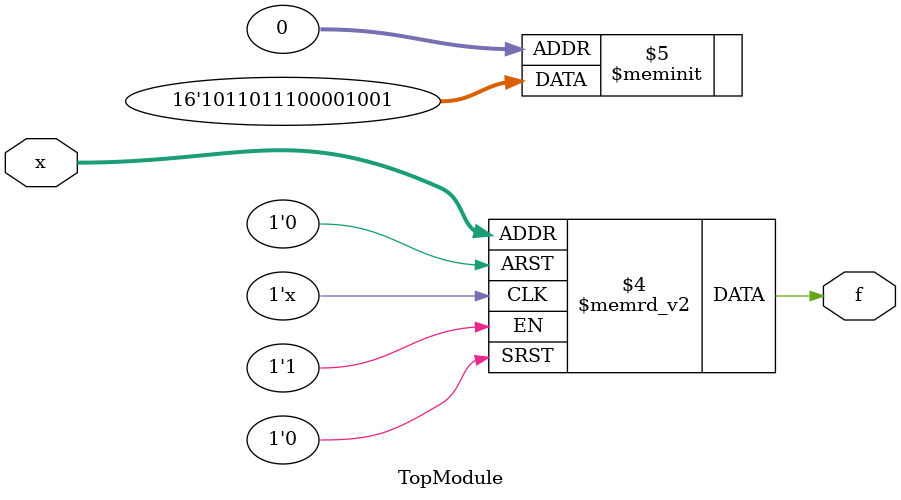
<source format=sv>

module TopModule (
  input [4:1] x,
  output logic f
);
always @(*) begin
    case ({x[4], x[3], x[2], x[1]})
        4'b0000: f = 1'b1;
        4'b0001: f = 1'b0;
        4'b0010: f = 1'b0;
        4'b0011: f = 1'b1;
        4'b0100: f = 1'b0;
        4'b0101: f = 1'b0;
        4'b0110: f = 1'b0;
        4'b0111: f = 1'b0;
        4'b1000: f = 1'b1;
        4'b1001: f = 1'b1;
        4'b1010: f = 1'b1;
        4'b1011: f = 1'b0;
        4'b1100: f = 1'b1;
        4'b1101: f = 1'b1;
        4'b1110: f = 1'b0;
        4'b1111: f = 1'b1;
        default: f = 1'b0;
    endcase
end
endmodule

</source>
